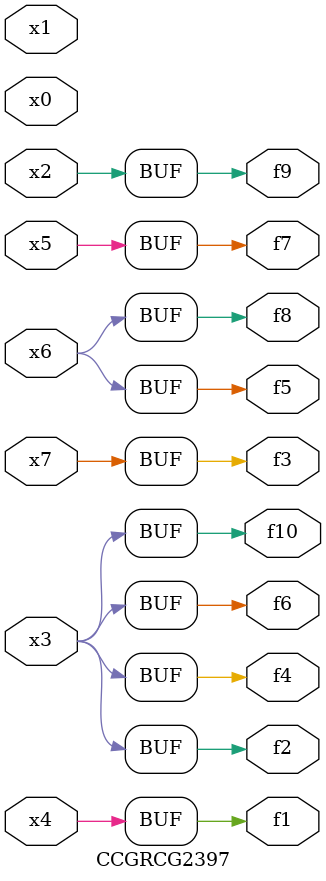
<source format=v>
module CCGRCG2397(
	input x0, x1, x2, x3, x4, x5, x6, x7,
	output f1, f2, f3, f4, f5, f6, f7, f8, f9, f10
);
	assign f1 = x4;
	assign f2 = x3;
	assign f3 = x7;
	assign f4 = x3;
	assign f5 = x6;
	assign f6 = x3;
	assign f7 = x5;
	assign f8 = x6;
	assign f9 = x2;
	assign f10 = x3;
endmodule

</source>
